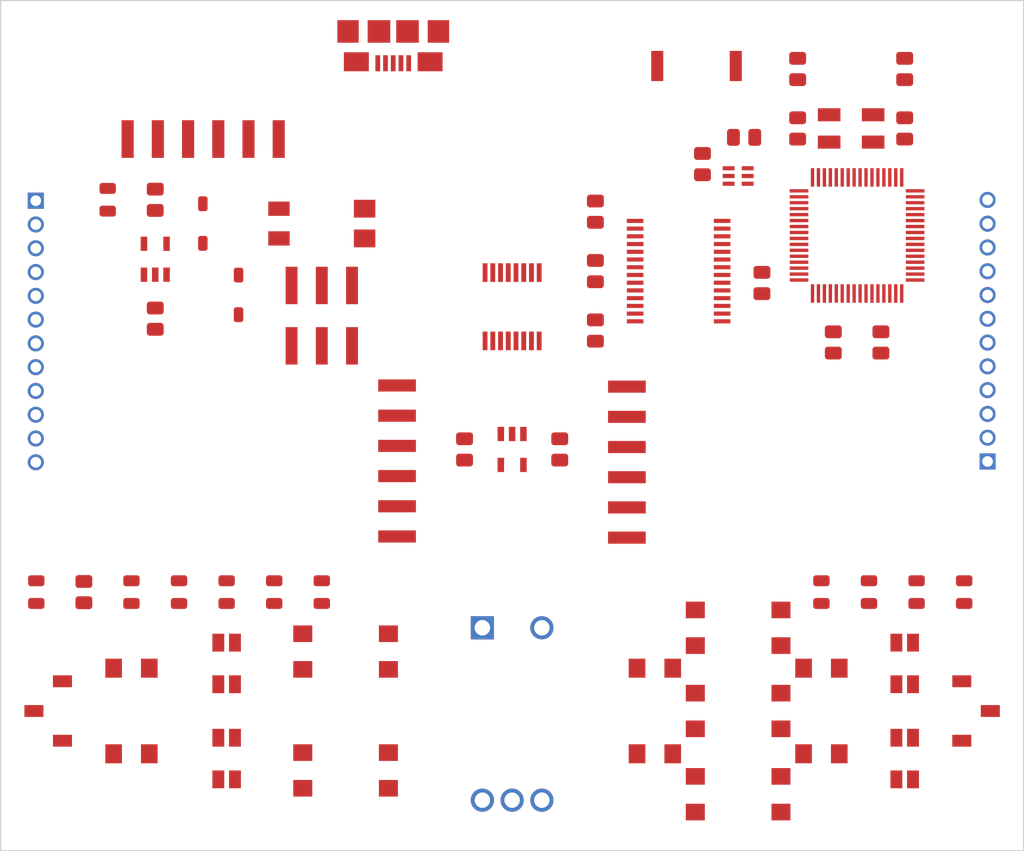
<source format=kicad_pcb>
(kicad_pcb (version 20171130) (host pcbnew "(5.1.4-0-10_14)")
  (layers (0 Top signal) (1 Route2 signal) (2 Route15 signal) (31 Bottom signal) (34 B.Paste user) (35 F.Paste user) (36 B.SilkS user) (37 F.SilkS user) (38 B.Mask user) (39 F.Mask user) (44 Edge.Cuts user))
  (net 0 "")
  (net 1 GND)
  (net 2 3V3)
  (net 3 VBAT)
  (net 4 "Net-(B2-Pad4)")
  (net 5 "Net-(B2-Pad3)")
  (net 6 "Net-(B2-Pad2)")
  (net 7 "Net-(A1-PadFEED)")
  (net 8 "Net-(C14-Pad1)")
  (net 9 "Net-(C15-Pad1)")
  (net 10 "Net-(C11-Pad1)")
  (net 11 "Net-(C13-Pad1)")
  (net 12 "Net-(D6-PadC1)")
  (net 13 /RESET)
  (net 14 /THROTTLE)
  (net 15 /YAW)
  (net 16 /BTN_CENTER)
  (net 17 /BTN_RIGHT)
  (net 18 /BTN_LEFT)
  (net 19 /BTN_UP)
  (net 20 /RXI-0)
  (net 21 /TXO-0)
  (net 22 /E1-B)
  (net 23 /E1-A)
  (net 24 /MISO)
  (net 25 /MOSI)
  (net 26 /SCK)
  (net 27 /BTN_DOWN)
  (net 28 /E1-BUT)
  (net 29 /BTN2/SDA)
  (net 30 /BTN1/SCL)
  (net 31 /PITCH)
  (net 32 /RF)
  (net 33 "Net-(D6-PadA1)")
  (net 34 "Net-(D6-PadA2)")
  (net 35 /ROLL)
  (net 36 /DTR-0)
  (net 37 /VREG_IN)
  (net 38 /RXI)
  (net 39 /FTDI_OUT)
  (net 40 /TXLED)
  (net 41 /RXLED)
  (net 42 /DTR)
  (net 43 /USB_D_N)
  (net 44 /USB_D_P)
  (net 45 /CTS)
  (net 46 /TXO)
  (net 47 "Net-(R7-Pad1)")
  (net 48 /VBUS)
  (net 49 "Net-(B3-Pad1A)")
  (net 50 "Net-(R1-Pad2)")
  (net 51 "Net-(D1-PadC2)")
  (net 52 "Net-(D4-PadC1)")
  (net 53 /RXI-1)
  (net 54 /TXO-1)
  (net 55 "Net-(S2-Pad2)")
  (net 56 /DTR-1)
  (net 57 /CTS-1)
  (net 58 /GREF)
  (net 59 "Net-(D6-PadC2)")
  (net 60 "Net-(D5-PadA2)")
  (net 61 "Net-(D5-PadA1)")
  (net 62 "Net-(D1-PadA1)")
  (net 63 "Net-(D4-PadC2)")
  (module controller_board:2X-SERVO-SMD (layer Top) (at 127.762 107.9246 90)
    (fp_text reference J7 hide)
    (fp_text value FRSKY-GIMBAL-2X-SERVO-SMD hide)
    (pad 6 smd rect (at 6.55 11.065 180) (size 3.17 1.02) (layers Top F.Paste F.Mask) (net 1 GND))
    (pad V smd rect (at 4.01 11.065 180) (size 3.17 1.02) (layers Top F.Paste F.Mask) (net 14 /THROTTLE))
    (pad 4 smd rect (at 1.47 11.065 180) (size 3.17 1.02) (layers Top F.Paste F.Mask) (net 58 /GREF))
    (pad 3 smd rect (at -1.07 11.065 180) (size 3.17 1.02) (layers Top F.Paste F.Mask) (net 1 GND))
    (pad H smd rect (at -3.61 11.065 180) (size 3.17 1.02) (layers Top F.Paste F.Mask) (net 15 /YAW))
    (pad 1 smd rect (at -6.15 11.065 180) (size 3.17 1.02) (layers Top F.Paste F.Mask) (net 58 /GREF))
  )
  (module controller_board:2X-SERVO-SMD (layer Top) (at 169.2148 107.6198 270)
    (fp_text reference J8 hide)
    (fp_text value FRSKY-GIMBAL-2X-SERVO-SMD hide)
    (pad 6 smd rect (at 6.55 11.065) (size 3.17 1.02) (layers Top F.Paste F.Mask) (net 1 GND))
    (pad V smd rect (at 4.01 11.065) (size 3.17 1.02) (layers Top F.Paste F.Mask) (net 31 /PITCH))
    (pad 4 smd rect (at 1.47 11.065) (size 3.17 1.02) (layers Top F.Paste F.Mask) (net 58 /GREF))
    (pad 3 smd rect (at -1.07 11.065) (size 3.17 1.02) (layers Top F.Paste F.Mask) (net 1 GND))
    (pad H smd rect (at -3.61 11.065) (size 3.17 1.02) (layers Top F.Paste F.Mask) (net 35 /ROLL))
    (pad 1 smd rect (at -6.15 11.065) (size 3.17 1.02) (layers Top F.Paste F.Mask) (net 58 /GREF))
  )
  (module controller_board:USB-MICROA-10118192-0001LF (layer Top) (at 138.5062 73.2536 180)
    (fp_text reference J1 hide)
    (fp_text value USB-MICROA-AMPHENOL-10118192-0001LF hide)
    (pad 9 smd rect (at 1.2 1.659 180) (size 1.9 1.9) (layers Top F.Paste F.Mask) (net 1 GND))
    (pad 8 smd rect (at -3.8 1.659 180) (size 1.8 1.9) (layers Top F.Paste F.Mask) (net 1 GND))
    (pad 7 smd rect (at -3.1 -0.891 180) (size 2.1 1.6) (layers Top F.Paste F.Mask) (net 1 GND))
    (pad 6 smd rect (at 3.1 -0.891 180) (size 2.1 1.6) (layers Top F.Paste F.Mask) (net 1 GND))
    (pad 5 smd rect (at 1.3 -1.016 180) (size 0.4 1.35) (layers Top F.Paste F.Mask) (net 1 GND))
    (pad 4 smd rect (at 0.65 -1.016 180) (size 0.4 1.35) (layers Top F.Paste F.Mask))
    (pad 3 smd rect (at 0 -1.016 180) (size 0.4 1.35) (layers Top F.Paste F.Mask) (net 44 /USB_D_P))
    (pad 2 smd rect (at -0.65 -1.016 180) (size 0.4 1.35) (layers Top F.Paste F.Mask) (net 43 /USB_D_N))
    (pad 11 smd rect (at 3.8 1.659 180) (size 1.8 1.9) (layers Top F.Paste F.Mask) (net 1 GND))
    (pad 10 smd rect (at -1.2 1.659 180) (size 1.9 1.9) (layers Top F.Paste F.Mask) (net 1 GND))
    (pad 1 smd rect (at -1.3 -1.016 180) (size 0.4 1.35) (layers Top F.Paste F.Mask) (net 48 /VBUS))
  )
  (module controller_board:JST-13-PTH (layer Top) (at 188.468 96.6216 90)
    (fp_text reference J3 hide)
    (fp_text value 2.4K hide)
    (pad V thru_hole circle (at -9.144 0 90) (size 1.35 1.35) (drill 0.9) (layers *.Cu *.Mask) (net 31 /PITCH))
    (pad H thru_hole circle (at -3.144 0 90) (size 1.35 1.35) (drill 0.9) (layers *.Cu *.Mask) (net 35 /ROLL))
    (pad 9 thru_hole circle (at 4.856 0 90) (size 1.35 1.35) (drill 0.9) (layers *.Cu *.Mask))
    (pad 8 thru_hole circle (at 2.856 0 90) (size 1.35 1.35) (drill 0.9) (layers *.Cu *.Mask))
    (pad 7 thru_hole circle (at 0.856 0 90) (size 1.35 1.35) (drill 0.9) (layers *.Cu *.Mask))
    (pad 6 thru_hole circle (at -1.144 0 90) (size 1.35 1.35) (drill 0.9) (layers *.Cu *.Mask) (net 1 GND))
    (pad 4 thru_hole circle (at -5.144 0 90) (size 1.35 1.35) (drill 0.9) (layers *.Cu *.Mask) (net 58 /GREF))
    (pad 3 thru_hole circle (at -7.144 0 90) (size 1.35 1.35) (drill 0.9) (layers *.Cu *.Mask) (net 1 GND))
    (pad 12 thru_hole circle (at 10.856 0 90) (size 1.35 1.35) (drill 0.9) (layers *.Cu *.Mask))
    (pad 11 thru_hole circle (at 8.856 0 90) (size 1.35 1.35) (drill 0.9) (layers *.Cu *.Mask))
    (pad 10 thru_hole circle (at 6.856 0 90) (size 1.35 1.35) (drill 0.9) (layers *.Cu *.Mask))
    (pad 1 thru_hole rect (at -11.144 0 90) (size 1.35 1.35) (drill 0.9) (layers *.Cu *.Mask) (net 58 /GREF))
  )
  (module controller_board:JST-13-PTH (layer Top) (at 108.458 96.9772 270)
    (fp_text reference J2 hide)
    (fp_text value 2.4K hide)
    (pad V thru_hole circle (at -9.144 0 270) (size 1.35 1.35) (drill 0.9) (layers *.Cu *.Mask) (net 14 /THROTTLE))
    (pad H thru_hole circle (at -3.144 0 270) (size 1.35 1.35) (drill 0.9) (layers *.Cu *.Mask) (net 15 /YAW))
    (pad 9 thru_hole circle (at 4.856 0 270) (size 1.35 1.35) (drill 0.9) (layers *.Cu *.Mask))
    (pad 8 thru_hole circle (at 2.856 0 270) (size 1.35 1.35) (drill 0.9) (layers *.Cu *.Mask))
    (pad 7 thru_hole circle (at 0.856 0 270) (size 1.35 1.35) (drill 0.9) (layers *.Cu *.Mask))
    (pad 6 thru_hole circle (at -1.144 0 270) (size 1.35 1.35) (drill 0.9) (layers *.Cu *.Mask) (net 1 GND))
    (pad 4 thru_hole circle (at -5.144 0 270) (size 1.35 1.35) (drill 0.9) (layers *.Cu *.Mask) (net 58 /GREF))
    (pad 3 thru_hole circle (at -7.144 0 270) (size 1.35 1.35) (drill 0.9) (layers *.Cu *.Mask) (net 1 GND))
    (pad 12 thru_hole circle (at 10.856 0 270) (size 1.35 1.35) (drill 0.9) (layers *.Cu *.Mask))
    (pad 11 thru_hole circle (at 8.856 0 270) (size 1.35 1.35) (drill 0.9) (layers *.Cu *.Mask))
    (pad 10 thru_hole circle (at 6.856 0 270) (size 1.35 1.35) (drill 0.9) (layers *.Cu *.Mask))
    (pad 1 thru_hole rect (at -11.144 0 270) (size 1.35 1.35) (drill 0.9) (layers *.Cu *.Mask) (net 58 /GREF))
  )
  (module controller_board:FTDI-BASIC-SMD (layer Top) (at 122.5296 76.2)
    (fp_text reference JP1 hide)
    (fp_text value FTDI_BASIC-SMD hide)
    (pad DTR smd rect (at 6.35 4.445 90) (size 3.17 1.02) (layers Top F.Paste F.Mask) (net 56 /DTR-1))
    (pad RXI smd rect (at 3.81 4.445 90) (size 3.17 1.02) (layers Top F.Paste F.Mask) (net 53 /RXI-1))
    (pad TXO smd rect (at 1.27 4.445 90) (size 3.17 1.02) (layers Top F.Paste F.Mask) (net 54 /TXO-1))
    (pad VCC smd rect (at -1.27 4.445 90) (size 3.17 1.02) (layers Top F.Paste F.Mask) (net 2 3V3))
    (pad CTS smd rect (at -3.81 4.445 90) (size 3.17 1.02) (layers Top F.Paste F.Mask) (net 57 /CTS-1))
    (pad GND smd rect (at -6.35 4.445 90) (size 3.17 1.02) (layers Top F.Paste F.Mask) (net 1 GND))
  )
  (module controller_board:WIRE-TERMINAL-1X2-2.5MM-SMD-AVX-009276002021106 (layer Top) (at 132.5011 87.7536)
    (fp_text reference B3 hide)
    (fp_text value BATTERY-SPRING-SMD hide)
    (pad 2A smd rect (at 3.6 -1.25 270) (size 1.5 1.8) (layers Top F.Paste F.Mask) (net 1 GND))
    (pad 1A smd rect (at 3.6 1.25 270) (size 1.5 1.8) (layers Top F.Paste F.Mask) (net 49 "Net-(B3-Pad1A)"))
    (pad 1B smd rect (at -3.6 1.25 270) (size 1.2 1.8) (layers Top F.Paste F.Mask) (net 49 "Net-(B3-Pad1A)"))
    (pad 2B smd rect (at -3.6 -1.25 270) (size 1.2 1.8) (layers Top F.Paste F.Mask) (net 1 GND))
  )
  (module controller_board:ANT-2.4GHZ-6.5X2.2MM (layer Top) (at 164 74.5 180)
    (fp_text reference A1 hide)
    (fp_text value ANTENNA-CHIP hide)
    (pad NC smd rect (at 3.302 0) (size 1.016 2.54) (layers Top F.Paste F.Mask))
    (pad FEED smd rect (at -3.302 0) (size 1.016 2.54) (layers Top F.Paste F.Mask) (net 7 "Net-(A1-PadFEED)"))
  )
  (module controller_board:SOT23-DBV (layer Top) (at 148.5011 106.7536 180)
    (fp_text reference U1 hide)
    (fp_text value 3.3V hide)
    (pad 5 smd rect (at -0.95 -1.3 180) (size 0.55 1.2) (layers Top F.Paste F.Mask) (net 2 3V3))
    (pad 4 smd rect (at 0.95 -1.3 180) (size 0.55 1.2) (layers Top F.Paste F.Mask))
    (pad 3 smd rect (at 0.95 1.3 180) (size 0.55 1.2) (layers Top F.Paste F.Mask) (net 37 /VREG_IN))
    (pad 2 smd rect (at 0 1.3 180) (size 0.55 1.2) (layers Top F.Paste F.Mask) (net 1 GND))
    (pad 1 smd rect (at -0.95 1.3 180) (size 0.55 1.2) (layers Top F.Paste F.Mask) (net 37 /VREG_IN))
  )
  (module controller_board:CAPC2012X140_HS (layer Top) (at 152.5011 106.7536 90)
    (fp_text reference C17 hide)
    (fp_text value 1uF hide)
    (pad 2 smd roundrect (at 0.895 0 90) (size 1.08 1.42) (layers Top F.Mask) (roundrect_rratio 0.23) (net 1 GND))
    (pad 1 smd roundrect (at -0.895 0 270) (size 1.08 1.42) (layers Top F.Mask) (roundrect_rratio 0.23) (net 2 3V3))
  )
  (module controller_board:CAPC2012X140_HS (layer Top) (at 144.5011 106.7536 270)
    (fp_text reference C10 hide)
    (fp_text value 1uF hide)
    (pad 2 smd roundrect (at 0.895 0 270) (size 1.08 1.42) (layers Top F.Mask) (roundrect_rratio 0.23) (net 1 GND))
    (pad 1 smd roundrect (at -0.895 0 90) (size 1.08 1.42) (layers Top F.Mask) (roundrect_rratio 0.23) (net 37 /VREG_IN))
  )
  (module controller_board:RESC2012X60_HS (layer Top) (at 174.5011 118.7536 270)
    (fp_text reference R17 hide)
    (fp_text value 510 hide)
    (pad 2 smd roundrect (at 0.955 0 270) (size 0.92 1.38) (layers Top F.Mask) (net 59 "Net-(D6-PadC2)"))
    (pad 1 smd roundrect (at -0.955 0 90) (size 0.92 1.38) (layers Top F.Mask) (net 1 GND))
  )
  (module controller_board:RESC2012X60_HS (layer Top) (at 186.5011 118.7536 90)
    (fp_text reference R14 hide)
    (fp_text value 510 hide)
    (pad 2 smd roundrect (at 0.955 0 90) (size 0.92 1.38) (layers Top F.Mask) (net 2 3V3))
    (pad 1 smd roundrect (at -0.955 0 270) (size 0.92 1.38) (layers Top F.Mask) (net 61 "Net-(D5-PadA1)"))
  )
  (module controller_board:RESC2012X60_HS (layer Top) (at 120.5011 118.7536 270)
    (fp_text reference R3 hide)
    (fp_text value 510 hide)
    (pad 2 smd roundrect (at 0.955 0 270) (size 0.92 1.38) (layers Top F.Mask) (net 50 "Net-(R1-Pad2)"))
    (pad 1 smd roundrect (at -0.955 0 90) (size 0.92 1.38) (layers Top F.Mask) (net 62 "Net-(D1-PadA1)"))
  )
  (module controller_board:RESC2012X60_HS (layer Top) (at 124.5011 118.7536 270)
    (fp_text reference R16 hide)
    (fp_text value 510 hide)
    (pad 2 smd roundrect (at 0.955 0 270) (size 0.92 1.38) (layers Top F.Mask) (net 63 "Net-(D4-PadC2)"))
    (pad 1 smd roundrect (at -0.955 0 90) (size 0.92 1.38) (layers Top F.Mask) (net 1 GND))
  )
  (module controller_board:RESC2012X60_HS (layer Top) (at 182.5011 118.7536 90)
    (fp_text reference R13 hide)
    (fp_text value 510 hide)
    (pad 2 smd roundrect (at 0.955 0 90) (size 0.92 1.38) (layers Top F.Mask) (net 2 3V3))
    (pad 1 smd roundrect (at -0.955 0 270) (size 0.92 1.38) (layers Top F.Mask) (net 60 "Net-(D5-PadA2)"))
  )
  (module controller_board:LED-2X-LTST-C155 (layer Top) (at 124.5011 124.7536 270)
    (fp_text reference D4 hide)
    (fp_text value LED-2X-GREEN_RED hide)
    (pad C2 smd rect (at 1.75 0.7 270) (size 1.5 1) (layers Top F.Paste F.Mask) (net 63 "Net-(D4-PadC2)"))
    (pad C1 smd rect (at 1.75 -0.7 270) (size 1.5 1) (layers Top F.Paste F.Mask) (net 52 "Net-(D4-PadC1)"))
    (pad A2 smd rect (at -1.75 0.7 270) (size 1.5 1) (layers Top F.Paste F.Mask) (net 2 3V3))
    (pad A1 smd rect (at -1.75 -0.7 270) (size 1.5 1) (layers Top F.Paste F.Mask) (net 32 /RF))
  )
  (module controller_board:LED-2X-LTST-C155 (layer Top) (at 124.5011 132.7536 270)
    (fp_text reference D1 hide)
    (fp_text value LED-2X-GREEN_RED hide)
    (pad C2 smd rect (at 1.75 0.7 270) (size 1.5 1) (layers Top F.Paste F.Mask) (net 51 "Net-(D1-PadC2)"))
    (pad C1 smd rect (at 1.75 -0.7 270) (size 1.5 1) (layers Top F.Paste F.Mask) (net 1 GND))
    (pad A2 smd rect (at -1.75 0.7 270) (size 1.5 1) (layers Top F.Paste F.Mask) (net 48 /VBUS))
    (pad A1 smd rect (at -1.75 -0.7 270) (size 1.5 1) (layers Top F.Paste F.Mask) (net 62 "Net-(D1-PadA1)"))
  )
  (module controller_board:LED-2X-LTST-C155 (layer Top) (at 181.5011 132.7536 270)
    (fp_text reference D5 hide)
    (fp_text value LED-2X-GREEN_RED hide)
    (pad C2 smd rect (at 1.75 0.7 270) (size 1.5 1) (layers Top F.Paste F.Mask) (net 41 /RXLED))
    (pad C1 smd rect (at 1.75 -0.7 270) (size 1.5 1) (layers Top F.Paste F.Mask) (net 40 /TXLED))
    (pad A2 smd rect (at -1.75 0.7 270) (size 1.5 1) (layers Top F.Paste F.Mask) (net 60 "Net-(D5-PadA2)"))
    (pad A1 smd rect (at -1.75 -0.7 270) (size 1.5 1) (layers Top F.Paste F.Mask) (net 61 "Net-(D5-PadA1)"))
  )
  (module controller_board:LED-2X-LTST-C155 (layer Top) (at 181.5011 124.7536 270)
    (fp_text reference D6 hide)
    (fp_text value LED-2X-GREEN_RED hide)
    (pad C2 smd rect (at 1.75 0.7 270) (size 1.5 1) (layers Top F.Paste F.Mask) (net 59 "Net-(D6-PadC2)"))
    (pad C1 smd rect (at 1.75 -0.7 270) (size 1.5 1) (layers Top F.Paste F.Mask) (net 12 "Net-(D6-PadC1)"))
    (pad A2 smd rect (at -1.75 0.7 270) (size 1.5 1) (layers Top F.Paste F.Mask) (net 34 "Net-(D6-PadA2)"))
    (pad A1 smd rect (at -1.75 -0.7 270) (size 1.5 1) (layers Top F.Paste F.Mask) (net 33 "Net-(D6-PadA1)"))
  )
  (module controller_board:RESC2012X60_HS (layer Top) (at 132.5011 118.7536 90)
    (fp_text reference R8 hide)
    (fp_text value 1.2K hide)
    (pad 2 smd roundrect (at 0.955 0 90) (size 0.92 1.38) (layers Top F.Mask) (net 2 3V3))
    (pad 1 smd roundrect (at -0.955 0 270) (size 0.92 1.38) (layers Top F.Mask) (net 58 /GREF))
  )
  (module controller_board:BOURNS-PEC12R (layer Top) (at 148.5011 128.7536)
    (fp_text reference E1 hide)
    (fp_text value ROTARY-ENCODER-W_BUTTON-BOURNS-PEC12R-4217F hide)
    (pad C thru_hole circle (at 0 7.5) (size 1.95 1.95) (drill 1.3) (layers *.Cu *.Mask) (net 1 GND))
    (pad BUTB thru_hole circle (at 2.5 -7) (size 1.95 1.95) (drill 1.3) (layers *.Cu *.Mask) (net 1 GND))
    (pad BUTA thru_hole rect (at -2.5 -7) (size 1.95 1.95) (drill 1.3) (layers *.Cu *.Mask) (net 28 /E1-BUT))
    (pad B thru_hole circle (at 2.5 7.5) (size 1.95 1.95) (drill 1.3) (layers *.Cu *.Mask) (net 22 /E1-B))
    (pad A thru_hole circle (at -2.5 7.5) (size 1.95 1.95) (drill 1.3) (layers *.Cu *.Mask) (net 23 /E1-A))
    (pad "" np_thru_hole circle (at 5.7 0) (size 2.2 2.2) (drill 2.2) (layers *.Cu *.Mask))
    (pad "" np_thru_hole circle (at -5.7 0) (size 2.2 2.2) (drill 2.2) (layers *.Cu *.Mask))
  )
  (module controller_board:4.5MM_TACTILE_SWITCH_TL3305AF160QG (layer Top) (at 167.5011 121.7536 180)
    (fp_text reference B6 hide)
    (fp_text value PUSHBUTTON_-4.5X4.5 hide)
    (pad 4 smd rect (at 3.6 -1.5 270) (size 1.4 1.6) (layers Top F.Paste F.Mask) (net 1 GND))
    (pad 3 smd rect (at -3.6 -1.5 270) (size 1.4 1.6) (layers Top F.Paste F.Mask) (net 1 GND))
    (pad 2 smd rect (at 3.6 1.5 270) (size 1.4 1.6) (layers Top F.Paste F.Mask) (net 19 /BTN_UP))
    (pad 1 smd rect (at -3.6 1.5 270) (size 1.4 1.6) (layers Top F.Paste F.Mask) (net 19 /BTN_UP))
  )
  (module controller_board:4.5MM_TACTILE_SWITCH_TL3305AF160QG (layer Top) (at 167.5011 135.7536 180)
    (fp_text reference B10 hide)
    (fp_text value PUSHBUTTON_-4.5X4.5 hide)
    (pad 4 smd rect (at 3.6 -1.5 270) (size 1.4 1.6) (layers Top F.Paste F.Mask) (net 1 GND))
    (pad 3 smd rect (at -3.6 -1.5 270) (size 1.4 1.6) (layers Top F.Paste F.Mask) (net 1 GND))
    (pad 2 smd rect (at 3.6 1.5 270) (size 1.4 1.6) (layers Top F.Paste F.Mask) (net 27 /BTN_DOWN))
    (pad 1 smd rect (at -3.6 1.5 270) (size 1.4 1.6) (layers Top F.Paste F.Mask) (net 27 /BTN_DOWN))
  )
  (module controller_board:4.5MM_TACTILE_SWITCH_TL3305AF160QG (layer Top) (at 160.5011 128.7536 90)
    (fp_text reference B7 hide)
    (fp_text value PUSHBUTTON_-4.5X4.5 hide)
    (pad 4 smd rect (at 3.6 -1.5 180) (size 1.4 1.6) (layers Top F.Paste F.Mask) (net 1 GND))
    (pad 3 smd rect (at -3.6 -1.5 180) (size 1.4 1.6) (layers Top F.Paste F.Mask) (net 1 GND))
    (pad 2 smd rect (at 3.6 1.5 180) (size 1.4 1.6) (layers Top F.Paste F.Mask) (net 18 /BTN_LEFT))
    (pad 1 smd rect (at -3.6 1.5 180) (size 1.4 1.6) (layers Top F.Paste F.Mask) (net 18 /BTN_LEFT))
  )
  (module controller_board:4.5MM_TACTILE_SWITCH_TL3305AF160QG (layer Top) (at 174.5011 128.7536 270)
    (fp_text reference B9 hide)
    (fp_text value PUSHBUTTON_-4.5X4.5 hide)
    (pad 4 smd rect (at 3.6 -1.5) (size 1.4 1.6) (layers Top F.Paste F.Mask) (net 1 GND))
    (pad 3 smd rect (at -3.6 -1.5) (size 1.4 1.6) (layers Top F.Paste F.Mask) (net 1 GND))
    (pad 2 smd rect (at 3.6 1.5) (size 1.4 1.6) (layers Top F.Paste F.Mask) (net 16 /BTN_CENTER))
    (pad 1 smd rect (at -3.6 1.5) (size 1.4 1.6) (layers Top F.Paste F.Mask) (net 16 /BTN_CENTER))
  )
  (module controller_board:4.5MM_TACTILE_SWITCH_TL3305AF160QG (layer Top) (at 167.5011 128.7536 180)
    (fp_text reference B8 hide)
    (fp_text value PUSHBUTTON_-4.5X4.5 hide)
    (pad 4 smd rect (at 3.6 -1.5 270) (size 1.4 1.6) (layers Top F.Paste F.Mask) (net 1 GND))
    (pad 3 smd rect (at -3.6 -1.5 270) (size 1.4 1.6) (layers Top F.Paste F.Mask) (net 1 GND))
    (pad 2 smd rect (at 3.6 1.5 270) (size 1.4 1.6) (layers Top F.Paste F.Mask) (net 17 /BTN_RIGHT))
    (pad 1 smd rect (at -3.6 1.5 270) (size 1.4 1.6) (layers Top F.Paste F.Mask) (net 17 /BTN_RIGHT))
  )
  (module controller_board:CAPC2012X140_HS (layer Top) (at 155.5011 86.7536 270)
    (fp_text reference C4 hide)
    (fp_text value 1uF hide)
    (pad 2 smd roundrect (at 0.895 0 270) (size 1.08 1.42) (layers Top F.Mask) (roundrect_rratio 0.23) (net 39 /FTDI_OUT))
    (pad 1 smd roundrect (at -0.895 0 90) (size 1.08 1.42) (layers Top F.Mask) (roundrect_rratio 0.23) (net 1 GND))
  )
  (module controller_board:SOD3716X135_HS (layer Top) (at 122.5011 87.7536 90)
    (fp_text reference D2 hide)
    (fp_text value 360mV hide)
    (pad C smd roundrect (at -1.665 0 270) (size 1.25 0.8) (layers Top F.Mask) (net 3 VBAT))
    (pad A smd roundrect (at 1.665 0 90) (size 1.25 0.8) (layers Top F.Mask) (net 48 /VBUS))
  )
  (module controller_board:SOD3716X135_HS (layer Top) (at 125.5011 93.7536 270)
    (fp_text reference D3 hide)
    (fp_text value 360mV hide)
    (pad C smd roundrect (at -1.665 0 90) (size 1.25 0.8) (layers Top F.Mask) (net 3 VBAT))
    (pad A smd roundrect (at 1.665 0 270) (size 1.25 0.8) (layers Top F.Mask) (net 49 "Net-(B3-Pad1A)"))
  )
  (module controller_board:JS102011JCQN (layer Top) (at 187.5011 128.7536 270)
    (fp_text reference S2 hide)
    (fp_text value POWER-SWITCH-MFS201N-9-Z-SMD-VERTICAL hide)
    (pad 3 smd rect (at 2.5 1.2 270) (size 1 1.6) (layers Top F.Paste F.Mask) (net 1 GND))
    (pad 2 smd rect (at 0 -1.2 270) (size 1 1.6) (layers Top F.Paste F.Mask) (net 55 "Net-(S2-Pad2)"))
    (pad 1 smd rect (at -2.5 1.2 270) (size 1 1.6) (layers Top F.Paste F.Mask) (net 2 3V3))
  )
  (module controller_board:SOP65P640X110-16 (layer Top) (at 148.5011 94.7536 270)
    (fp_text reference U5 hide)
    (fp_text value DPDT-X2 hide)
    (pad 9 smd rect (at 2.8717 2.275 270) (size 1.5719 0.4068) (layers Top F.Paste F.Mask) (net 53 /RXI-1))
    (pad 8 smd rect (at -2.8717 2.275 270) (size 1.5719 0.4068) (layers Top F.Paste F.Mask) (net 1 GND))
    (pad 7 smd rect (at -2.8717 1.625 270) (size 1.5719 0.4068) (layers Top F.Paste F.Mask) (net 21 /TXO-0))
    (pad 6 smd rect (at -2.8717 0.975 270) (size 1.5719 0.4068) (layers Top F.Paste F.Mask) (net 46 /TXO))
    (pad 5 smd rect (at -2.8717 0.325 270) (size 1.5719 0.4068) (layers Top F.Paste F.Mask) (net 54 /TXO-1))
    (pad 4 smd rect (at -2.8717 -0.325 270) (size 1.5719 0.4068) (layers Top F.Paste F.Mask) (net 55 "Net-(S2-Pad2)"))
    (pad 3 smd rect (at -2.8717 -0.975 270) (size 1.5719 0.4068) (layers Top F.Paste F.Mask))
    (pad 2 smd rect (at -2.8717 -1.625 270) (size 1.5719 0.4068) (layers Top F.Paste F.Mask) (net 45 /CTS))
    (pad 16 smd rect (at 2.8717 -2.275 270) (size 1.5719 0.4068) (layers Top F.Paste F.Mask) (net 2 3V3))
    (pad 15 smd rect (at 2.8717 -1.625 270) (size 1.5719 0.4068) (layers Top F.Paste F.Mask) (net 36 /DTR-0))
    (pad 14 smd rect (at 2.8717 -0.975 270) (size 1.5719 0.4068) (layers Top F.Paste F.Mask) (net 42 /DTR))
    (pad 13 smd rect (at 2.8717 -0.325 270) (size 1.5719 0.4068) (layers Top F.Paste F.Mask) (net 56 /DTR-1))
    (pad 12 smd rect (at 2.8717 0.325 270) (size 1.5719 0.4068) (layers Top F.Paste F.Mask) (net 55 "Net-(S2-Pad2)"))
    (pad 11 smd rect (at 2.8717 0.975 270) (size 1.5719 0.4068) (layers Top F.Paste F.Mask) (net 20 /RXI-0))
    (pad 10 smd rect (at 2.8717 1.625 270) (size 1.5719 0.4068) (layers Top F.Paste F.Mask) (net 38 /RXI))
    (pad 1 smd rect (at -2.8717 -2.275 270) (size 1.5719 0.4068) (layers Top F.Paste F.Mask) (net 57 /CTS-1))
  )
  (module controller_board:RESC2012X60_HS (layer Top) (at 128.5011 118.7536 270)
    (fp_text reference R15 hide)
    (fp_text value 510 hide)
    (pad 2 smd roundrect (at 0.955 0 270) (size 0.92 1.38) (layers Top F.Mask) (net 52 "Net-(D4-PadC1)"))
    (pad 1 smd roundrect (at -0.955 0 90) (size 0.92 1.38) (layers Top F.Mask) (net 1 GND))
  )
  (module controller_board:RESC2012X60_HS (layer Top) (at 114.5011 85.7536 90)
    (fp_text reference R7 hide)
    (fp_text value 2.2K hide)
    (pad 2 smd roundrect (at 0.955 0 90) (size 0.92 1.38) (layers Top F.Mask) (net 1 GND))
    (pad 1 smd roundrect (at -0.955 0 270) (size 0.92 1.38) (layers Top F.Mask) (net 47 "Net-(R7-Pad1)"))
  )
  (module controller_board:CAPC2012X140_HS (layer Top) (at 118.5011 95.7536 90)
    (fp_text reference C6 hide)
    (fp_text value 10uF hide)
    (pad 2 smd roundrect (at 0.895 0 90) (size 1.08 1.42) (layers Top F.Mask) (roundrect_rratio 0.23) (net 1 GND))
    (pad 1 smd roundrect (at -0.895 0 270) (size 1.08 1.42) (layers Top F.Mask) (roundrect_rratio 0.23) (net 49 "Net-(B3-Pad1A)"))
  )
  (module controller_board:CAPC2012X140_HS (layer Top) (at 118.5011 85.7536 270)
    (fp_text reference C5 hide)
    (fp_text value 10uF hide)
    (pad 2 smd roundrect (at 0.895 0 270) (size 1.08 1.42) (layers Top F.Mask) (roundrect_rratio 0.23) (net 1 GND))
    (pad 1 smd roundrect (at -0.895 0 90) (size 1.08 1.42) (layers Top F.Mask) (roundrect_rratio 0.23) (net 48 /VBUS))
  )
  (module controller_board:RESC2012X60_HS (layer Top) (at 116.5011 118.7536 90)
    (fp_text reference R1 hide)
    (fp_text value 510 hide)
    (pad 2 smd roundrect (at 0.955 0 90) (size 0.92 1.38) (layers Top F.Mask) (net 50 "Net-(R1-Pad2)"))
    (pad 1 smd roundrect (at -0.955 0 270) (size 0.92 1.38) (layers Top F.Mask) (net 51 "Net-(D1-PadC2)"))
  )
  (module controller_board:SOT23-5 (layer Top) (at 118.5011 90.7536)
    (fp_text reference U2 hide)
    (fp_text value MCP73831T-2ACI/OT hide)
    (pad 5 smd rect (at -0.95 -1.3001) (size 0.55 1.2) (layers Top F.Paste F.Mask) (net 47 "Net-(R7-Pad1)"))
    (pad 4 smd rect (at 0.95 -1.3001) (size 0.55 1.2) (layers Top F.Paste F.Mask) (net 48 /VBUS))
    (pad 3 smd rect (at 0.95 1.3001) (size 0.55 1.2) (layers Top F.Paste F.Mask) (net 49 "Net-(B3-Pad1A)"))
    (pad 2 smd rect (at 0 1.3001) (size 0.55 1.2) (layers Top F.Paste F.Mask) (net 1 GND))
    (pad 1 smd rect (at -0.95 1.3001) (size 0.55 1.2) (layers Top F.Paste F.Mask) (net 50 "Net-(R1-Pad2)"))
  )
  (module controller_board:CAPC2012X140_HS (layer Top) (at 169.5011 92.7536 90)
    (fp_text reference C9 hide)
    (fp_text value 0.1uF hide)
    (pad 2 smd roundrect (at 0.895 0 90) (size 1.08 1.42) (layers Top F.Mask) (roundrect_rratio 0.23) (net 1 GND))
    (pad 1 smd roundrect (at -0.895 0 270) (size 1.08 1.42) (layers Top F.Mask) (roundrect_rratio 0.23) (net 39 /FTDI_OUT))
  )
  (module controller_board:CAPC2012X140_HS (layer Top) (at 155.5011 91.7536 90)
    (fp_text reference C7 hide)
    (fp_text value 10uF hide)
    (pad 2 smd roundrect (at 0.895 0 90) (size 1.08 1.42) (layers Top F.Mask) (roundrect_rratio 0.23) (net 1 GND))
    (pad 1 smd roundrect (at -0.895 0 270) (size 1.08 1.42) (layers Top F.Mask) (roundrect_rratio 0.23) (net 37 /VREG_IN))
  )
  (module controller_board:CAPC2012X140_HS (layer Top) (at 155.5011 96.7536 270)
    (fp_text reference C8 hide)
    (fp_text value 0.1uF hide)
    (pad 2 smd roundrect (at 0.895 0 270) (size 1.08 1.42) (layers Top F.Mask) (roundrect_rratio 0.23) (net 1 GND))
    (pad 1 smd roundrect (at -0.895 0 90) (size 1.08 1.42) (layers Top F.Mask) (roundrect_rratio 0.23) (net 37 /VREG_IN))
  )
  (module controller_board:SSOP28DB (layer Top) (at 162.5011 91.7536 90)
    (fp_text reference U3 hide)
    (fp_text value FT232RLSSOP hide)
    (pad 9 smd rect (at 0.975 3.656 90) (size 0.348 1.397) (layers Top F.Paste F.Mask))
    (pad 8 smd rect (at 0.325 3.656 90) (size 0.348 1.397) (layers Top F.Paste F.Mask))
    (pad 7 smd rect (at -0.325 3.656 90) (size 0.348 1.397) (layers Top F.Paste F.Mask) (net 1 GND))
    (pad 6 smd rect (at -0.975 3.656 90) (size 0.348 1.397) (layers Top F.Paste F.Mask))
    (pad 5 smd rect (at -1.625 3.656 90) (size 0.348 1.397) (layers Top F.Paste F.Mask) (net 38 /RXI))
    (pad 4 smd rect (at -2.275 3.656 90) (size 0.348 1.397) (layers Top F.Paste F.Mask) (net 39 /FTDI_OUT))
    (pad 3 smd rect (at -2.925 3.656 90) (size 0.348 1.397) (layers Top F.Paste F.Mask))
    (pad 28 smd rect (at -4.225 -3.656 90) (size 0.348 1.397) (layers Top F.Paste F.Mask))
    (pad 27 smd rect (at -3.575 -3.656 90) (size 0.348 1.397) (layers Top F.Paste F.Mask))
    (pad 26 smd rect (at -2.925 -3.656 90) (size 0.348 1.397) (layers Top F.Paste F.Mask) (net 1 GND))
    (pad 25 smd rect (at -2.275 -3.656 90) (size 0.348 1.397) (layers Top F.Paste F.Mask) (net 1 GND))
    (pad 24 smd rect (at -1.625 -3.656 90) (size 0.348 1.397) (layers Top F.Paste F.Mask))
    (pad 23 smd rect (at -0.975 -3.656 90) (size 0.348 1.397) (layers Top F.Paste F.Mask) (net 40 /TXLED))
    (pad 22 smd rect (at -0.325 -3.656 90) (size 0.348 1.397) (layers Top F.Paste F.Mask) (net 41 /RXLED))
    (pad 21 smd rect (at 0.325 -3.656 90) (size 0.348 1.397) (layers Top F.Paste F.Mask) (net 1 GND))
    (pad 20 smd rect (at 0.975 -3.656 90) (size 0.348 1.397) (layers Top F.Paste F.Mask) (net 37 /VREG_IN))
    (pad 2 smd rect (at -3.575 3.656 90) (size 0.348 1.397) (layers Top F.Paste F.Mask) (net 42 /DTR))
    (pad 19 smd rect (at 1.625 -3.656 90) (size 0.348 1.397) (layers Top F.Paste F.Mask))
    (pad 18 smd rect (at 2.275 -3.656 90) (size 0.348 1.397) (layers Top F.Paste F.Mask) (net 1 GND))
    (pad 17 smd rect (at 2.925 -3.656 90) (size 0.348 1.397) (layers Top F.Paste F.Mask) (net 39 /FTDI_OUT))
    (pad 16 smd rect (at 3.575 -3.656 90) (size 0.348 1.397) (layers Top F.Paste F.Mask) (net 43 /USB_D_N))
    (pad 15 smd rect (at 4.225 -3.656 90) (size 0.348 1.397) (layers Top F.Paste F.Mask) (net 44 /USB_D_P))
    (pad 14 smd rect (at 4.225 3.656 90) (size 0.348 1.397) (layers Top F.Paste F.Mask))
    (pad 13 smd rect (at 3.575 3.656 90) (size 0.348 1.397) (layers Top F.Paste F.Mask))
    (pad 12 smd rect (at 2.925 3.656 90) (size 0.348 1.397) (layers Top F.Paste F.Mask))
    (pad 11 smd rect (at 2.275 3.656 90) (size 0.348 1.397) (layers Top F.Paste F.Mask) (net 45 /CTS))
    (pad 10 smd rect (at 1.625 3.656 90) (size 0.348 1.397) (layers Top F.Paste F.Mask))
    (pad 1 smd rect (at -4.225 3.656 90) (size 0.348 1.397) (layers Top F.Paste F.Mask) (net 46 /TXO))
  )
  (module controller_board:JS102011JCQN (layer Top) (at 109.5011 128.7536 90)
    (fp_text reference S1 hide)
    (fp_text value POWER-SWITCH-MFS201N-9-Z-SMD-VERTICAL hide)
    (pad 3 smd rect (at 2.5 1.2 90) (size 1 1.6) (layers Top F.Paste F.Mask))
    (pad 2 smd rect (at 0 -1.2 90) (size 1 1.6) (layers Top F.Paste F.Mask) (net 3 VBAT))
    (pad 1 smd rect (at -2.5 1.2 90) (size 1 1.6) (layers Top F.Paste F.Mask) (net 37 /VREG_IN))
  )
  (module controller_board:CRYSTAL-SMD-5X3 (layer Top) (at 177.0011 79.7536 180)
    (fp_text reference Y1 hide)
    (fp_text value CRYSTAL5X3 hide)
    (pad 4 smd rect (at -1.85 -1.15 180) (size 1.9 1.1) (layers Top F.Paste F.Mask))
    (pad 3 smd rect (at 1.85 -1.15 180) (size 1.9 1.1) (layers Top F.Paste F.Mask) (net 8 "Net-(C14-Pad1)"))
    (pad 2 smd rect (at 1.85 1.15 180) (size 1.9 1.1) (layers Top F.Paste F.Mask))
    (pad 1 smd rect (at -1.85 1.15 180) (size 1.9 1.1) (layers Top F.Paste F.Mask) (net 9 "Net-(C15-Pad1)"))
  )
  (module controller_board:QFN-64 (layer Top) (at 177.5011 88.7536)
    (fp_text reference U4 hide)
    (fp_text value ATMEGA128RFA1 hide)
    (pad 9 smd rect (at -4.881 0.25 270) (size 0.28 1.562) (layers Top F.Paste F.Mask) (net 5 "Net-(B2-Pad3)"))
    (pad 8 smd rect (at -4.881 -0.25 270) (size 0.28 1.562) (layers Top F.Paste F.Mask) (net 4 "Net-(B2-Pad4)"))
    (pad 7 smd rect (at -4.881 -0.75 270) (size 0.28 1.562) (layers Top F.Paste F.Mask) (net 1 GND))
    (pad 64 smd rect (at -3.75 -4.881) (size 0.28 1.562) (layers Top F.Paste F.Mask) (net 14 /THROTTLE))
    (pad 63 smd rect (at -3.25 -4.881) (size 0.28 1.562) (layers Top F.Paste F.Mask) (net 15 /YAW))
    (pad 62 smd rect (at -2.75 -4.881) (size 0.28 1.562) (layers Top F.Paste F.Mask))
    (pad 61 smd rect (at -2.25 -4.881) (size 0.28 1.562) (layers Top F.Paste F.Mask) (net 1 GND))
    (pad 60 smd rect (at -1.75 -4.881) (size 0.28 1.562) (layers Top F.Paste F.Mask) (net 11 "Net-(C13-Pad1)"))
    (pad 6 smd rect (at -4.881 -1.25 270) (size 0.28 1.562) (layers Top F.Paste F.Mask))
    (pad 59 smd rect (at -1.25 -4.881) (size 0.28 1.562) (layers Top F.Paste F.Mask) (net 2 3V3))
    (pad 58 smd rect (at -0.75 -4.881) (size 0.28 1.562) (layers Top F.Paste F.Mask) (net 1 GND))
    (pad 57 smd rect (at -0.25 -4.881) (size 0.28 1.562) (layers Top F.Paste F.Mask) (net 8 "Net-(C14-Pad1)"))
    (pad 56 smd rect (at 0.25 -4.881) (size 0.28 1.562) (layers Top F.Paste F.Mask) (net 9 "Net-(C15-Pad1)"))
    (pad 55 smd rect (at 0.75 -4.881) (size 0.28 1.562) (layers Top F.Paste F.Mask) (net 1 GND))
    (pad 54 smd rect (at 1.25 -4.881) (size 0.28 1.562) (layers Top F.Paste F.Mask) (net 2 3V3))
    (pad 53 smd rect (at 1.75 -4.881) (size 0.28 1.562) (layers Top F.Paste F.Mask) (net 16 /BTN_CENTER))
    (pad 52 smd rect (at 2.25 -4.881) (size 0.28 1.562) (layers Top F.Paste F.Mask) (net 17 /BTN_RIGHT))
    (pad 51 smd rect (at 2.75 -4.881) (size 0.28 1.562) (layers Top F.Paste F.Mask) (net 18 /BTN_LEFT))
    (pad 50 smd rect (at 3.25 -4.881) (size 0.28 1.562) (layers Top F.Paste F.Mask) (net 19 /BTN_UP))
    (pad 5 smd rect (at -4.881 -1.75 270) (size 0.28 1.562) (layers Top F.Paste F.Mask))
    (pad 49 smd rect (at 3.75 -4.881) (size 0.28 1.562) (layers Top F.Paste F.Mask))
    (pad 48 smd rect (at 4.881 -3.75 90) (size 0.28 1.562) (layers Top F.Paste F.Mask))
    (pad 47 smd rect (at 4.881 -3.25 90) (size 0.28 1.562) (layers Top F.Paste F.Mask) (net 20 /RXI-0))
    (pad 46 smd rect (at 4.881 -2.75 90) (size 0.28 1.562) (layers Top F.Paste F.Mask) (net 21 /TXO-0))
    (pad 45 smd rect (at 4.881 -2.25 90) (size 0.28 1.562) (layers Top F.Paste F.Mask) (net 1 GND))
    (pad 44 smd rect (at 4.881 -1.75 90) (size 0.28 1.562) (layers Top F.Paste F.Mask) (net 2 3V3))
    (pad 43 smd rect (at 4.881 -1.25 90) (size 0.28 1.562) (layers Top F.Paste F.Mask))
    (pad 42 smd rect (at 4.881 -0.75 90) (size 0.28 1.562) (layers Top F.Paste F.Mask))
    (pad 41 smd rect (at 4.881 -0.25 90) (size 0.28 1.562) (layers Top F.Paste F.Mask) (net 22 /E1-B))
    (pad 40 smd rect (at 4.881 0.25 90) (size 0.28 1.562) (layers Top F.Paste F.Mask) (net 23 /E1-A))
    (pad 4 smd rect (at -4.881 -2.25 270) (size 0.28 1.562) (layers Top F.Paste F.Mask))
    (pad 39 smd rect (at 4.881 0.75 90) (size 0.28 1.562) (layers Top F.Paste F.Mask) (net 24 /MISO))
    (pad 38 smd rect (at 4.881 1.25 90) (size 0.28 1.562) (layers Top F.Paste F.Mask) (net 25 /MOSI))
    (pad 37 smd rect (at 4.881 1.75 90) (size 0.28 1.562) (layers Top F.Paste F.Mask) (net 26 /SCK))
    (pad 36 smd rect (at 4.881 2.25 90) (size 0.28 1.562) (layers Top F.Paste F.Mask))
    (pad 35 smd rect (at 4.881 2.75 90) (size 0.28 1.562) (layers Top F.Paste F.Mask) (net 1 GND))
    (pad 34 smd rect (at 4.881 3.25 90) (size 0.28 1.562) (layers Top F.Paste F.Mask) (net 2 3V3))
    (pad 33 smd rect (at 4.881 3.75 90) (size 0.28 1.562) (layers Top F.Paste F.Mask) (net 1 GND))
    (pad 32 smd rect (at 3.75 4.881) (size 0.28 1.562) (layers Top F.Paste F.Mask))
    (pad 31 smd rect (at 3.25 4.881) (size 0.28 1.562) (layers Top F.Paste F.Mask))
    (pad 30 smd rect (at 2.75 4.881) (size 0.28 1.562) (layers Top F.Paste F.Mask))
    (pad 3 smd rect (at -4.881 -2.75 270) (size 0.28 1.562) (layers Top F.Paste F.Mask))
    (pad 29 smd rect (at 2.25 4.881) (size 0.28 1.562) (layers Top F.Paste F.Mask))
    (pad 28 smd rect (at 1.75 4.881 180) (size 0.28 1.562) (layers Top F.Paste F.Mask) (net 27 /BTN_DOWN))
    (pad 27 smd rect (at 1.25 4.881 180) (size 0.28 1.562) (layers Top F.Paste F.Mask) (net 28 /E1-BUT))
    (pad 26 smd rect (at 0.75 4.881 180) (size 0.28 1.562) (layers Top F.Paste F.Mask) (net 29 /BTN2/SDA))
    (pad 25 smd rect (at 0.25 4.881 180) (size 0.28 1.562) (layers Top F.Paste F.Mask) (net 30 /BTN1/SCL))
    (pad 24 smd rect (at -0.25 4.881 180) (size 0.28 1.562) (layers Top F.Paste F.Mask) (net 1 GND))
    (pad 23 smd rect (at -0.75 4.881 180) (size 0.28 1.562) (layers Top F.Paste F.Mask) (net 2 3V3))
    (pad 22 smd rect (at -1.25 4.881 180) (size 0.28 1.562) (layers Top F.Paste F.Mask) (net 10 "Net-(C11-Pad1)"))
    (pad 21 smd rect (at -1.75 4.881 180) (size 0.28 1.562) (layers Top F.Paste F.Mask) (net 10 "Net-(C11-Pad1)"))
    (pad 20 smd rect (at -2.25 4.881 180) (size 0.28 1.562) (layers Top F.Paste F.Mask) (net 1 GND))
    (pad 2 smd rect (at -4.881 -3.25 270) (size 0.28 1.562) (layers Top F.Paste F.Mask) (net 31 /PITCH))
    (pad 19 smd rect (at -2.75 4.881 180) (size 0.28 1.562) (layers Top F.Paste F.Mask))
    (pad 18 smd rect (at -3.25 4.881 180) (size 0.28 1.562) (layers Top F.Paste F.Mask))
    (pad 17 smd rect (at -3.75 4.881 180) (size 0.28 1.562) (layers Top F.Paste F.Mask))
    (pad 16 smd rect (at -4.881 3.75 90) (size 0.28 1.562) (layers Top F.Paste F.Mask) (net 32 /RF))
    (pad 15 smd rect (at -4.881 3.25 90) (size 0.28 1.562) (layers Top F.Paste F.Mask) (net 33 "Net-(D6-PadA1)"))
    (pad 14 smd rect (at -4.881 2.75 270) (size 0.28 1.562) (layers Top F.Paste F.Mask) (net 34 "Net-(D6-PadA2)"))
    (pad 13 smd rect (at -4.881 2.25 270) (size 0.28 1.562) (layers Top F.Paste F.Mask))
    (pad 12 smd rect (at -4.881 1.75 270) (size 0.28 1.562) (layers Top F.Paste F.Mask) (net 13 /RESET))
    (pad 11 smd rect (at -4.881 1.25 270) (size 0.28 1.562) (layers Top F.Paste F.Mask) (net 1 GND))
    (pad 10 smd rect (at -4.881 0.75 270) (size 0.28 1.562) (layers Top F.Paste F.Mask) (net 1 GND))
    (pad 1 smd rect (at -4.881 -3.75 270) (size 0.28 1.562) (layers Top F.Paste F.Mask) (net 35 /ROLL))
  )
  (module controller_board:4.5MM_TACTILE_SWITCH_TL3305AF160QG (layer Top) (at 116.5011 128.7536 90)
    (fp_text reference B1 hide)
    (fp_text value PUSHBUTTON_-4.5X4.5 hide)
    (pad 4 smd rect (at 3.6 -1.5 180) (size 1.4 1.6) (layers Top F.Paste F.Mask) (net 1 GND))
    (pad 3 smd rect (at -3.6 -1.5 180) (size 1.4 1.6) (layers Top F.Paste F.Mask) (net 1 GND))
    (pad 2 smd rect (at 3.6 1.5 180) (size 1.4 1.6) (layers Top F.Paste F.Mask) (net 13 /RESET))
    (pad 1 smd rect (at -3.6 1.5 180) (size 1.4 1.6) (layers Top F.Paste F.Mask) (net 13 /RESET))
  )
  (module controller_board:4.5MM_TACTILE_SWITCH_TL3305AF160QG (layer Top) (at 134.5011 123.7536 180)
    (fp_text reference B4 hide)
    (fp_text value PUSHBUTTON_-4.5X4.5 hide)
    (pad 4 smd rect (at 3.6 -1.5 270) (size 1.4 1.6) (layers Top F.Paste F.Mask) (net 30 /BTN1/SCL))
    (pad 3 smd rect (at -3.6 -1.5 270) (size 1.4 1.6) (layers Top F.Paste F.Mask) (net 30 /BTN1/SCL))
    (pad 2 smd rect (at 3.6 1.5 270) (size 1.4 1.6) (layers Top F.Paste F.Mask) (net 1 GND))
    (pad 1 smd rect (at -3.6 1.5 270) (size 1.4 1.6) (layers Top F.Paste F.Mask) (net 1 GND))
  )
  (module controller_board:4.5MM_TACTILE_SWITCH_TL3305AF160QG (layer Top) (at 134.5011 133.7536 180)
    (fp_text reference B5 hide)
    (fp_text value PUSHBUTTON_-4.5X4.5 hide)
    (pad 4 smd rect (at 3.6 -1.5 270) (size 1.4 1.6) (layers Top F.Paste F.Mask) (net 29 /BTN2/SDA))
    (pad 3 smd rect (at -3.6 -1.5 270) (size 1.4 1.6) (layers Top F.Paste F.Mask) (net 29 /BTN2/SDA))
    (pad 2 smd rect (at 3.6 1.5 270) (size 1.4 1.6) (layers Top F.Paste F.Mask) (net 1 GND))
    (pad 1 smd rect (at -3.6 1.5 270) (size 1.4 1.6) (layers Top F.Paste F.Mask) (net 1 GND))
  )
  (module controller_board:RESC2012X60_HS (layer Top) (at 108.5011 118.7536 90)
    (fp_text reference R2 hide)
    (fp_text value 10K hide)
    (pad 2 smd roundrect (at 0.955 0 90) (size 0.92 1.38) (layers Top F.Mask) (net 2 3V3))
    (pad 1 smd roundrect (at -0.955 0 270) (size 0.92 1.38) (layers Top F.Mask) (net 13 /RESET))
  )
  (module controller_board:RESC2012X60_HS (layer Top) (at 178.5011 118.7536 270)
    (fp_text reference R18 hide)
    (fp_text value 510 hide)
    (pad 2 smd roundrect (at 0.955 0 270) (size 0.92 1.38) (layers Top F.Mask) (net 12 "Net-(D6-PadC1)"))
    (pad 1 smd roundrect (at -0.955 0 90) (size 0.92 1.38) (layers Top F.Mask) (net 1 GND))
  )
  (module controller_board:2X3-SMD (layer Top) (at 132.5011 95.5 180)
    (fp_text reference J4 hide)
    (fp_text value AVR_SPI_PRG_6-SMD hide)
    (pad 6 smd rect (at 2.54 -2.54 180) (size 1 3.15) (layers Top F.Paste F.Mask) (net 1 GND))
    (pad 5 smd rect (at 2.54 2.54 180) (size 1 3.15) (layers Top F.Paste F.Mask) (net 13 /RESET))
    (pad 4 smd rect (at 0 -2.54 180) (size 1 3.15) (layers Top F.Paste F.Mask) (net 25 /MOSI))
    (pad 3 smd rect (at 0 2.54 180) (size 1 3.15) (layers Top F.Paste F.Mask) (net 26 /SCK))
    (pad 2 smd rect (at -2.54 -2.54 180) (size 1 3.15) (layers Top F.Paste F.Mask) (net 2 3V3))
    (pad 1 smd rect (at -2.54 2.54 180) (size 1 3.15) (layers Top F.Paste F.Mask) (net 24 /MISO))
  )
  (module controller_board:CAPC2012X140_HS (layer Top) (at 112.5011 118.7536 90)
    (fp_text reference C1 hide)
    (fp_text value 0.1uF hide)
    (pad 2 smd roundrect (at 0.895 0 90) (size 1.08 1.42) (layers Top F.Mask) (roundrect_rratio 0.23) (net 36 /DTR-0))
    (pad 1 smd roundrect (at -0.895 0 270) (size 1.08 1.42) (layers Top F.Mask) (roundrect_rratio 0.23) (net 13 /RESET))
  )
  (module controller_board:CAPC2012X140_HS (layer Top) (at 181.5011 79.7536 270)
    (fp_text reference C16 hide)
    (fp_text value 1uF hide)
    (pad 2 smd roundrect (at 0.895 0 270) (size 1.08 1.42) (layers Top F.Mask) (roundrect_rratio 0.23) (net 1 GND))
    (pad 1 smd roundrect (at -0.895 0 90) (size 1.08 1.42) (layers Top F.Mask) (roundrect_rratio 0.23) (net 2 3V3))
  )
  (module controller_board:CAPC2012X140_HS (layer Top) (at 179.5011 97.7536 270)
    (fp_text reference C12 hide)
    (fp_text value 1uF hide)
    (pad 2 smd roundrect (at 0.895 0 270) (size 1.08 1.42) (layers Top F.Mask) (roundrect_rratio 0.23) (net 1 GND))
    (pad 1 smd roundrect (at -0.895 0 90) (size 1.08 1.42) (layers Top F.Mask) (roundrect_rratio 0.23) (net 2 3V3))
  )
  (module controller_board:CAPC2012X140_HS (layer Top) (at 168.0011 80.5036)
    (fp_text reference C2 hide)
    (fp_text value 0.75pF hide)
    (pad 2 smd roundrect (at 0.895 0) (size 1.08 1.42) (layers Top F.Mask) (roundrect_rratio 0.23) (net 1 GND))
    (pad 1 smd roundrect (at -0.895 0 180) (size 1.08 1.42) (layers Top F.Mask) (roundrect_rratio 0.23) (net 7 "Net-(A1-PadFEED)"))
  )
  (module controller_board:CAPC2012X140_HS (layer Top) (at 172.5011 79.7536 270)
    (fp_text reference C13 hide)
    (fp_text value 1uF hide)
    (pad 2 smd roundrect (at 0.895 0 270) (size 1.08 1.42) (layers Top F.Mask) (roundrect_rratio 0.23) (net 1 GND))
    (pad 1 smd roundrect (at -0.895 0 90) (size 1.08 1.42) (layers Top F.Mask) (roundrect_rratio 0.23) (net 11 "Net-(C13-Pad1)"))
  )
  (module controller_board:CAPC2012X140_HS (layer Top) (at 175.5011 97.7536 270)
    (fp_text reference C11 hide)
    (fp_text value 1uF hide)
    (pad 2 smd roundrect (at 0.895 0 270) (size 1.08 1.42) (layers Top F.Mask) (roundrect_rratio 0.23) (net 1 GND))
    (pad 1 smd roundrect (at -0.895 0 90) (size 1.08 1.42) (layers Top F.Mask) (roundrect_rratio 0.23) (net 10 "Net-(C11-Pad1)"))
  )
  (module controller_board:CAPC2012X140_HS (layer Top) (at 181.5011 74.7536 90)
    (fp_text reference C15 hide)
    (fp_text value 12pF hide)
    (pad 2 smd roundrect (at 0.895 0 90) (size 1.08 1.42) (layers Top F.Mask) (roundrect_rratio 0.23) (net 1 GND))
    (pad 1 smd roundrect (at -0.895 0 270) (size 1.08 1.42) (layers Top F.Mask) (roundrect_rratio 0.23) (net 9 "Net-(C15-Pad1)"))
  )
  (module controller_board:CAPC2012X140_HS (layer Top) (at 172.5011 74.7536 90)
    (fp_text reference C14 hide)
    (fp_text value 12pF hide)
    (pad 2 smd roundrect (at 0.895 0 90) (size 1.08 1.42) (layers Top F.Mask) (roundrect_rratio 0.23) (net 1 GND))
    (pad 1 smd roundrect (at -0.895 0 270) (size 1.08 1.42) (layers Top F.Mask) (roundrect_rratio 0.23) (net 8 "Net-(C14-Pad1)"))
  )
  (module controller_board:CAPC2012X140_HS (layer Top) (at 164.5011 82.7536 270)
    (fp_text reference C3 hide)
    (fp_text value 22pF hide)
    (pad 2 smd roundrect (at 0.895 0 270) (size 1.08 1.42) (layers Top F.Mask) (roundrect_rratio 0.23) (net 6 "Net-(B2-Pad2)"))
    (pad 1 smd roundrect (at -0.895 0 90) (size 1.08 1.42) (layers Top F.Mask) (roundrect_rratio 0.23) (net 1 GND))
  )
  (module controller_board:BALUN (layer Top) (at 167.5011 83.7536 270)
    (fp_text reference B2 hide)
    (fp_text value BALUN0805 hide)
    (pad 6 smd rect (at -0.65 -0.8 270) (size 0.35 1) (layers Top F.Paste F.Mask))
    (pad 5 smd rect (at 0 -0.8 270) (size 0.35 1) (layers Top F.Paste F.Mask) (net 1 GND))
    (pad 4 smd rect (at 0.65 -0.8 270) (size 0.35 1) (layers Top F.Paste F.Mask) (net 4 "Net-(B2-Pad4)"))
    (pad 3 smd rect (at 0.65 0.8 270) (size 0.35 1) (layers Top F.Paste F.Mask) (net 5 "Net-(B2-Pad3)"))
    (pad 2 smd rect (at 0 0.8 270) (size 0.35 1) (layers Top F.Paste F.Mask) (net 6 "Net-(B2-Pad2)"))
    (pad 1 smd rect (at -0.65 0.8 270) (size 0.35 1) (layers Top F.Paste F.Mask) (net 7 "Net-(A1-PadFEED)"))
  )
  (gr_line (start 105.5 140.5) (end 191.5011 140.5) (layer Edge.Cuts) (width 0.1))
  (gr_line (start 105.5 69) (end 191.5011 69) (layer Edge.Cuts) (width 0.1))
  (gr_line (start 191.5011 69) (end 191.5011 140.5) (layer Edge.Cuts) (width 0.1))
  (gr_line (start 105.5 140.5) (end 105.5 69) (layer Edge.Cuts) (width 0.1))
)
</source>
